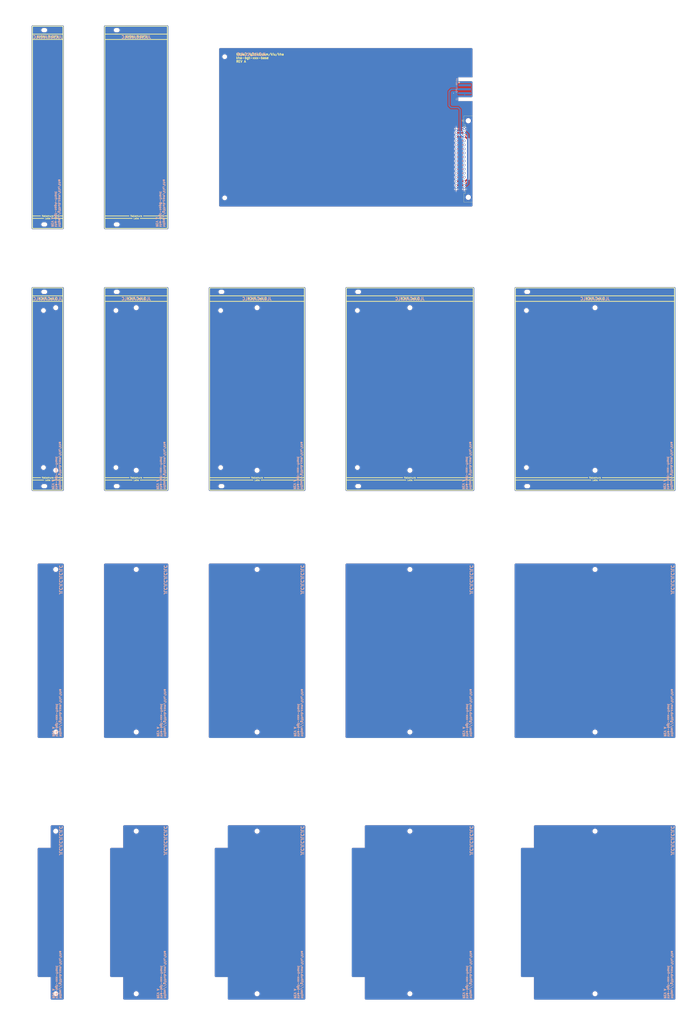
<source format=kicad_pcb>
(kicad_pcb (version 20221018) (generator pcbnew)
  (layers (0 "F.Cu" signal) (31 "B.Cu" signal) (34 "B.Paste" user) (35 "F.Paste" user) (36 "B.SilkS" user "B.Silkscreen") (37 "F.SilkS" user "F.Silkscreen") (38 "B.Mask" user) (39 "F.Mask" user) (44 "Edge.Cuts" user))
  (net 0 "")
  (net 1 "+5V")
  (net 2 "GND")
  (net 3 "+12V")
  (net 4 "RS485_A")
  (net 5 "RS485_B")
  (net 6 "RS485_INT_A")
  (net 7 "RS485_INT_B")
  (net 8 "UPDI")
  (net 9 "BUS01")
  (net 10 "BUS02")
  (net 11 "BUS03")
  (net 12 "BUS05")
  (net 13 "BUS06")
  (net 14 "BUS04")
  (footprint "Connector_DIN:DIN41612_C2_2x16_Male_Horizontal_THT" (layer "F.Cu") (at 332.76 130.945 -90)
    (fp_text reference "J1")
    (fp_text value "DIN41612_02x16_AC")
  )
  (footprint "kiu-eAVR:eAVR6-UPDI-B" (layer "F.Cu") (at 338 106 90)
    (fp_text reference "J2")
    (fp_text value "AVR-UPDI-6" hide)
    (fp_line (start -5.08 -9) (end -5.08 -0.5) (stroke (width 0.12)) (layer "Edge.Cuts"))
    (fp_line (start -5.08 -0.5) (end -4.58 0) (stroke (width 0.12)) (layer "Edge.Cuts"))
    (fp_line (start -4.58 0) (end 4.58 0) (stroke (width 0.12)) (layer "Edge.Cuts"))
    (fp_line (start 5.08 -9) (end 5.08 -0.5) (stroke (width 0.12)) (layer "Edge.Cuts"))
    (fp_line (start 5.08 -0.5) (end 4.58 0) (stroke (width 0.12)) (layer "Edge.Cuts"))
  )
  (gr_line (start 364.99 239.749998) (end 465.455 239.749998) (stroke (width 0.5)) (layer "F.SilkS"))
  (gr_line (start 106.172 74.640001) (end 145.415 74.640001) (stroke (width 0.5)) (layer "F.SilkS"))
  (gr_arc (start 258.81 358.75) (mid 258.456447 358.603553) (end 258.31 358.25) (stroke (width 0.5)) (layer "F.SilkS"))
  (gr_line (start 67.30994 187.416001) (end 60.45194 187.416001) (stroke (width 0.5)) (layer "F.SilkS"))
  (gr_line (start 106.426 66.250001) (end 144.915 66.258001) (stroke (width 0.5)) (layer "F.SilkS"))
  (gr_arc (start 172.5175 358.75) (mid 172.163947 358.603553) (end 172.0175 358.25) (stroke (width 0.5)) (layer "F.SilkS"))
  (gr_arc (start 231.3425 231.249999) (mid 231.696054 231.396446) (end 231.8425 231.749999) (stroke (width 0.5)) (layer "F.SilkS"))
  (gr_line (start 60.19 358.25) (end 60.19 231.75) (stroke (width 0.5)) (layer "F.SilkS"))
  (gr_line (start 121.158 185.892001) (end 106.172 185.892001) (stroke (width 0.5)) (layer "F.SilkS"))
  (gr_line (start 293.878 350.892) (end 258.318 350.892) (stroke (width 0.5)) (layer "F.SilkS"))
  (gr_line (start 231.7155 352.416) (end 204.5375 352.416) (stroke (width 0.5)) (layer "F.SilkS"))
  (gr_arc (start 144.915 66.258001) (mid 145.268553 66.404448) (end 145.415 66.758001) (stroke (width 0.5)) (layer "F.SilkS"))
  (gr_line (start 199.4575 352.416) (end 172.0255 352.416) (stroke (width 0.5)) (layer "F.SilkS"))
  (gr_line (start 78.875 358.750001) (end 60.69 358.75) (stroke (width 0.5)) (layer "F.SilkS"))
  (gr_line (start 123.19 352.416) (end 105.918 352.416) (stroke (width 0.5)) (layer "F.SilkS"))
  (gr_line (start 144.915 358.750001) (end 106.41 358.75) (stroke (width 0.5)) (layer "F.SilkS"))
  (gr_line (start 60.19794 193.258001) (end 60.205941 66.75) (stroke (width 0.5)) (layer "F.SilkS"))
  (gr_line (start 145.288 185.892001) (end 130.302 185.892001) (stroke (width 0.5)) (layer "F.SilkS"))
  (gr_line (start 105.91 236.25) (end 145.415 236.25) (stroke (width 0.5)) (layer "F.SilkS"))
  (gr_line (start 197.4255 350.892) (end 172.0255 350.892) (stroke (width 0.5)) (layer "F.SilkS"))
  (gr_line (start 105.91 358.25) (end 105.91 231.75) (stroke (width 0.5)) (layer "F.SilkS"))
  (gr_arc (start 365.49 358.749998) (mid 365.136447 358.603551) (end 364.99 358.249998) (stroke (width 0.5)) (layer "F.SilkS"))
  (gr_line (start 144.923 193.758001) (end 106.418 193.758001) (stroke (width 0.5)) (layer "F.SilkS"))
  (gr_line (start 338.328 352.416) (end 300.99 352.416) (stroke (width 0.5)) (layer "F.SilkS"))
  (gr_arc (start 464.955 231.249997) (mid 465.308554 231.396443) (end 465.455 231.749997) (stroke (width 0.5)) (layer "F.SilkS"))
  (gr_line (start 105.918 193.258001) (end 105.926001 66.75) (stroke (width 0.5)) (layer "F.SilkS"))
  (gr_arc (start 172.017501 231.749999) (mid 172.163948 231.396447) (end 172.5175 231.25) (stroke (width 0.5)) (layer "F.SilkS"))
  (gr_arc (start 78.875 231.249999) (mid 79.228554 231.396446) (end 79.375 231.749999) (stroke (width 0.5)) (layer "F.SilkS"))
  (gr_line (start 410.718 350.891998) (end 364.998 350.891998) (stroke (width 0.5)) (layer "F.SilkS"))
  (gr_arc (start 79.375 358.250001) (mid 79.228553 358.603554) (end 78.875 358.750001) (stroke (width 0.5)) (layer "F.SilkS"))
  (gr_line (start 65.27794 185.892001) (end 60.45194 185.892001) (stroke (width 0.5)) (layer "F.SilkS"))
  (gr_line (start 65.405 350.892) (end 60.198 350.892) (stroke (width 0.5)) (layer "F.SilkS"))
  (gr_line (start 79.00194 193.758001) (end 60.69794 193.758001) (stroke (width 0.5)) (layer "F.SilkS"))
  (gr_arc (start 105.926001 66.75) (mid 106.072447 66.396447) (end 106.426 66.250001) (stroke (width 0.5)) (layer "F.SilkS"))
  (gr_arc (start 338.455 358.250001) (mid 338.308553 358.603554) (end 337.955 358.750001) (stroke (width 0.5)) (layer "F.SilkS"))
  (gr_line (start 464.955 358.749999) (end 365.49 358.749998) (stroke (width 0.5)) (layer "F.SilkS"))
  (gr_line (start 258.31 358.25) (end 258.31 231.75) (stroke (width 0.5)) (layer "F.SilkS"))
  (gr_line (start 145.415 231.749999) (end 145.415 358.250001) (stroke (width 0.5)) (layer "F.SilkS"))
  (gr_line (start 364.99 236.249998) (end 465.455 236.249998) (stroke (width 0.5)) (layer "F.SilkS"))
  (gr_arc (start 106.41 358.75) (mid 106.056447 358.603553) (end 105.91 358.25) (stroke (width 0.5)) (layer "F.SilkS"))
  (gr_line (start 60.19 236.25) (end 79.375 236.25) (stroke (width 0.5)) (layer "F.SilkS"))
  (gr_line (start 60.69 231.25) (end 78.875 231.249999) (stroke (width 0.5)) (layer "F.SilkS"))
  (gr_line (start 258.81 231.25) (end 337.955 231.249999) (stroke (width 0.5)) (layer "F.SilkS"))
  (gr_line (start 145.288 352.416) (end 128.27 352.416) (stroke (width 0.5)) (layer "F.SilkS"))
  (gr_arc (start 465.455 358.249999) (mid 465.308554 358.603553) (end 464.955 358.749999) (stroke (width 0.5)) (layer "F.SilkS"))
  (gr_line (start 60.45194 74.640001) (end 79.24794 74.640001) (stroke (width 0.5)) (layer "F.SilkS"))
  (gr_line (start 337.955 358.750001) (end 258.81 358.75) (stroke (width 0.5)) (layer "F.SilkS"))
  (gr_line (start 79.375 231.749999) (end 79.375 358.250001) (stroke (width 0.5)) (layer "F.SilkS"))
  (gr_line (start 145.288 350.892) (end 130.302 350.892) (stroke (width 0.5)) (layer "F.SilkS"))
  (gr_line (start 172.0175 236.25) (end 231.8425 236.25) (stroke (width 0.5)) (layer "F.SilkS"))
  (gr_line (start 412.75 352.415998) (end 364.998 352.415998) (stroke (width 0.5)) (layer "F.SilkS"))
  (gr_arc (start 60.205941 66.75) (mid 60.35239 66.396461) (end 60.70594 66.250001) (stroke (width 0.5)) (layer "F.SilkS"))
  (gr_line (start 145.415 187.416001) (end 128.27 187.416001) (stroke (width 0.5)) (layer "F.SilkS"))
  (gr_line (start 79.49394 66.758001) (end 79.50194 193.258001) (stroke (width 0.5)) (layer "F.SilkS"))
  (gr_line (start 465.455 231.749997) (end 465.455 358.249999) (stroke (width 0.5)) (layer "F.SilkS"))
  (gr_line (start 172.0175 239.75) (end 231.8425 239.75) (stroke (width 0.5)) (layer "F.SilkS"))
  (gr_line (start 465.328 350.891998) (end 419.862 350.891998) (stroke (width 0.5)) (layer "F.SilkS"))
  (gr_arc (start 60.190001 231.749999) (mid 60.336448 231.396447) (end 60.69 231.25) (stroke (width 0.5)) (layer "F.SilkS"))
  (gr_arc (start 144.915 231.249999) (mid 145.268554 231.396446) (end 145.415 231.749999) (stroke (width 0.5)) (layer "F.SilkS"))
  (gr_line (start 67.31 352.416) (end 60.198 352.416) (stroke (width 0.5)) (layer "F.SilkS"))
  (gr_line (start 79.24794 185.892001) (end 74.42194 185.892001) (stroke (width 0.5)) (layer "F.SilkS"))
  (gr_line (start 465.328 352.415998) (end 417.83 352.415998) (stroke (width 0.5)) (layer "F.SilkS"))
  (gr_line (start 172.0175 358.25) (end 172.0175 231.75) (stroke (width 0.5)) (layer "F.SilkS"))
  (gr_line (start 258.31 239.75) (end 338.455 239.75) (stroke (width 0.5)) (layer "F.SilkS"))
  (gr_line (start 60.45194 71.250001) (end 79.24794 71.250001) (stroke (width 0.5)) (layer "F.SilkS"))
  (gr_arc (start 78.99394 66.258001) (mid 79.347467 66.404462) (end 79.49394 66.758001) (stroke (width 0.5)) (layer "F.SilkS"))
  (gr_line (start 364.99 358.249998) (end 364.99 231.749998) (stroke (width 0.5)) (layer "F.SilkS"))
  (gr_arc (start 79.50194 193.258001) (mid 79.355495 193.611568) (end 79.00194 193.758001) (stroke (width 0.5)) (layer "F.SilkS"))
  (gr_line (start 145.415 66.758001) (end 145.423 193.258001) (stroke (width 0.5)) (layer "F.SilkS"))
  (gr_arc (start 364.990001 231.749997) (mid 365.136448 231.396446) (end 365.49 231.249998) (stroke (width 0.5)) (layer "F.SilkS"))
  (gr_arc (start 105.910001 231.749999) (mid 106.056448 231.396447) (end 106.41 231.25) (stroke (width 0.5)) (layer "F.SilkS"))
  (gr_line (start 123.19 187.416001) (end 106.172 187.416001) (stroke (width 0.5)) (layer "F.SilkS"))
  (gr_line (start 79.375 352.416) (end 72.39 352.416) (stroke (width 0.5)) (layer "F.SilkS"))
  (gr_line (start 231.8425 231.749999) (end 231.8425 358.250001) (stroke (width 0.5)) (layer "F.SilkS"))
  (gr_line (start 295.91 352.416) (end 258.318 352.416) (stroke (width 0.5)) (layer "F.SilkS"))
  (gr_line (start 106.172 71.250001) (end 145.415 71.250001) (stroke (width 0.5)) (layer "F.SilkS"))
  (gr_arc (start 145.415 358.250001) (mid 145.268553 358.603554) (end 144.915 358.750001) (stroke (width 0.5)) (layer "F.SilkS"))
  (gr_line (start 106.41 231.25) (end 144.915 231.249999) (stroke (width 0.5)) (layer "F.SilkS"))
  (gr_line (start 258.31 236.25) (end 338.455 236.25) (stroke (width 0.5)) (layer "F.SilkS"))
  (gr_arc (start 145.423 193.258001) (mid 145.276553 193.611554) (end 144.923 193.758001) (stroke (width 0.5)) (layer "F.SilkS"))
  (gr_line (start 79.375 350.892) (end 74.295 350.892) (stroke (width 0.5)) (layer "F.SilkS"))
  (gr_line (start 79.24794 187.416001) (end 72.38994 187.416001) (stroke (width 0.5)) (layer "F.SilkS"))
  (gr_line (start 121.158 350.892) (end 105.918 350.892) (stroke (width 0.5)) (layer "F.SilkS"))
  (gr_arc (start 337.955 231.249999) (mid 338.308554 231.396446) (end 338.455 231.749999) (stroke (width 0.5)) (layer "F.SilkS"))
  (gr_line (start 172.5175 231.25) (end 231.3425 231.249999) (stroke (width 0.5)) (layer "F.SilkS"))
  (gr_line (start 60.19 239.75) (end 79.375 239.75) (stroke (width 0.5)) (layer "F.SilkS"))
  (gr_arc (start 106.418 193.758001) (mid 106.064446 193.611554) (end 105.918 193.258001) (stroke (width 0.5)) (layer "F.SilkS"))
  (gr_arc (start 60.69794 193.758001) (mid 60.34436 193.611569) (end 60.19794 193.258001) (stroke (width 0.5)) (layer "F.SilkS"))
  (gr_arc (start 258.310001 231.749999) (mid 258.456448 231.396447) (end 258.81 231.25) (stroke (width 0.5)) (layer "F.SilkS"))
  (gr_arc (start 60.69 358.75) (mid 60.336447 358.603553) (end 60.19 358.25) (stroke (width 0.5)) (layer "F.SilkS"))
  (gr_line (start 338.328 350.892) (end 303.022 350.892) (stroke (width 0.5)) (layer "F.SilkS"))
  (gr_line (start 231.3425 358.750001) (end 172.5175 358.75) (stroke (width 0.5)) (layer "F.SilkS"))
  (gr_arc (start 231.8425 358.250001) (mid 231.696053 358.603554) (end 231.3425 358.750001) (stroke (width 0.5)) (layer "F.SilkS"))
  (gr_line (start 60.70594 66.250001) (end 78.99394 66.258001) (stroke (width 0.5)) (layer "F.SilkS"))
  (gr_line (start 231.7155 350.892) (end 206.5695 350.892) (stroke (width 0.5)) (layer "F.SilkS"))
  (gr_line (start 338.455 231.749999) (end 338.455 358.250001) (stroke (width 0.5)) (layer "F.SilkS"))
  (gr_line (start 105.91 239.75) (end 145.415 239.75) (stroke (width 0.5)) (layer "F.SilkS"))
  (gr_line (start 365.49 231.249998) (end 464.955 231.249997) (stroke (width 0.5)) (layer "F.SilkS"))
  (gr_line (start 59.69 231.25) (end 60.19 230.75) (stroke (width 0.05)) (layer "Edge.Cuts"))
  (gr_circle (center 201.9975 346.25) (end 203.5975 346.25) (stroke (width 0.05)) (fill none) (layer "Edge.Cuts"))
  (gr_line (start 232.4775 231.25) (end 232.4775 358.75) (stroke (width 0.05)) (layer "Edge.Cuts"))
  (gr_line (start 231.9775 515.000002) (end 172.0175 515.000002) (stroke (width 0.05)) (layer "Edge.Cuts"))
  (gr_line (start 257.81 405.5) (end 258.31 405) (stroke (width 0.05)) (layer "Edge.Cuts"))
  (gr_arc (start 371.99 357.599998) (mid 370.640002 356.25) (end 371.99 354.899998) (stroke (width 0.1)) (layer "Edge.Cuts"))
  (gr_line (start 146.05 66.250001) (end 146.05 193.750001) (stroke (width 0.05)) (layer "Edge.Cuts"))
  (gr_line (start 59.68994 193.750001) (end 60.18994 194.250001) (stroke (width 0.05)) (layer "Edge.Cuts"))
  (gr_line (start 338 98.5) (end 338 80.5) (stroke (width 0.1)) (layer "Edge.Cuts"))
  (gr_line (start 71.74 570.5) (end 72.24 570) (stroke (width 0.05)) (layer "Edge.Cuts"))
  (gr_line (start 231.9775 680.000002) (end 232.4775 679.500002) (stroke (width 0.05)) (layer "Edge.Cuts"))
  (gr_line (start 171.5175 514.500002) (end 172.0175 515.000002) (stroke (width 0.05)) (layer "Edge.Cuts"))
  (gr_line (start 231.9775 680.000002) (end 183.99 680) (stroke (width 0.05)) (layer "Edge.Cuts"))
  (gr_circle (center 125.73 573.75) (end 127.33 573.75) (stroke (width 0.05)) (fill none) (layer "Edge.Cuts"))
  (gr_line (start 269.99 665.75) (end 262.24 665.75) (stroke (width 0.05)) (layer "Edge.Cuts"))
  (gr_line (start 338.59 515.000002) (end 339.09 514.500002) (stroke (width 0.05)) (layer "Edge.Cuts"))
  (gr_line (start 371.99 357.599998) (end 372.99 357.599998) (stroke (width 0.1)) (layer "Edge.Cuts"))
  (gr_arc (start 179.0175 235.1) (mid 177.6675 233.75) (end 179.0175 232.4) (stroke (width 0.1)) (layer "Edge.Cuts"))
  (gr_line (start 339.09 405.5) (end 339.09 514.500002) (stroke (width 0.05)) (layer "Edge.Cuts"))
  (gr_line (start 337.5 180) (end 178.5 180) (stroke (width 0.1)) (layer "Edge.Cuts"))
  (gr_line (start 179.0175 354.9) (end 180.0175 354.9) (stroke (width 0.1)) (layer "Edge.Cuts"))
  (gr_line (start 376.74 570.5) (end 377.24 570) (stroke (width 0.05)) (layer "Edge.Cuts"))
  (gr_line (start 67.18994 192.600001) (end 68.18994 192.600001) (stroke (width 0.1)) (layer "Edge.Cuts"))
  (gr_circle (center 125.73 243.75) (end 127.33 243.75) (stroke (width 0.05)) (fill none) (layer "Edge.Cuts"))
  (gr_line (start 67.19 232.4) (end 68.19 232.4) (stroke (width 0.1)) (layer "Edge.Cuts"))
  (gr_line (start 105.41 66.250001) (end 105.91 65.750001) (stroke (width 0.05)) (layer "Edge.Cuts"))
  (gr_line (start 231.9775 359.25) (end 172.0175 359.25) (stroke (width 0.05)) (layer "Edge.Cuts"))
  (gr_line (start 105.41 514.500002) (end 105.91 515.000002) (stroke (width 0.05)) (layer "Edge.Cuts"))
  (gr_arc (start 265.31 357.6) (mid 263.96 356.25) (end 265.31 354.9) (stroke (width 0.1)) (layer "Edge.Cuts"))
  (gr_line (start 364.99 230.749998) (end 465.59 230.749998) (stroke (width 0.05)) (layer "Edge.Cuts"))
  (gr_circle (center 298.45 676.25) (end 300.05 676.25) (stroke (width 0.05)) (fill none) (layer "Edge.Cuts"))
  (gr_line (start 257.81 358.75) (end 257.81 231.25) (stroke (width 0.05)) (layer "Edge.Cuts"))
  (gr_line (start 145.55 405) (end 146.05 405.5) (stroke (width 0.05)) (layer "Edge.Cuts"))
  (gr_arc (start 112.91 192.600001) (mid 111.559999 191.25) (end 112.91 189.900001) (stroke (width 0.1)) (layer "Edge.Cuts"))
  (gr_circle (center 181.57 85.5) (end 183.07 85.5) (stroke (width 0.1)) (fill none) (layer "Edge.Cuts"))
  (gr_line (start 117.49 679.5) (end 117.99 680) (stroke (width 0.05)) (layer "Edge.Cuts"))
  (gr_circle (center 181.57 174.5) (end 183.07 174.5) (stroke (width 0.1)) (fill none) (layer "Edge.Cuts"))
  (gr_line (start 67.18994 189.900001) (end 68.18994 189.900001) (stroke (width 0.1)) (layer "Edge.Cuts"))
  (gr_line (start 71.74 665.75) (end 63.99 665.75) (stroke (width 0.05)) (layer "Edge.Cuts"))
  (gr_line (start 67.19 235.1) (end 68.19 235.1) (stroke (width 0.1)) (layer "Edge.Cuts"))
  (gr_line (start 364.49 231.249998) (end 364.99 230.749998) (stroke (width 0.05)) (layer "Edge.Cuts"))
  (gr_line (start 105.41 193.750001) (end 105.91 194.250001) (stroke (width 0.05)) (layer "Edge.Cuts"))
  (gr_circle (center 415.29 243.749998) (end 416.89 243.749998) (stroke (width 0.05)) (fill none) (layer "Edge.Cuts"))
  (gr_line (start 79.50994 194.250001) (end 60.18994 194.250001) (stroke (width 0.05)) (layer "Edge.Cuts"))
  (gr_line (start 105.41 193.750001) (end 105.41 66.250001) (stroke (width 0.05)) (layer "Edge.Cuts"))
  (gr_line (start 465.59 359.249998) (end 466.09 358.749998) (stroke (width 0.05)) (layer "Edge.Cuts"))
  (gr_line (start 231.9775 359.25) (end 232.4775 358.75) (stroke (width 0.05)) (layer "Edge.Cuts"))
  (gr_line (start 265.31 235.1) (end 266.31 235.1) (stroke (width 0.1)) (layer "Edge.Cuts"))
  (gr_circle (center 415.29 346.249998) (end 416.89 346.249998) (stroke (width 0.05)) (fill none) (layer "Edge.Cuts"))
  (gr_line (start 105.41 514.500002) (end 105.41 405.5) (stroke (width 0.05)) (layer "Edge.Cuts"))
  (gr_circle (center 415.29 573.749998) (end 416.89 573.749998) (stroke (width 0.05)) (fill none) (layer "Edge.Cuts"))
  (gr_circle (center 74.93 346.25) (end 76.53 346.25) (stroke (width 0.05)) (fill none) (layer "Edge.Cuts"))
  (gr_line (start 338.59 230.75) (end 339.09 231.25) (stroke (width 0.05)) (layer "Edge.Cuts"))
  (gr_arc (start 113.91 232.4) (mid 115.26 233.75) (end 113.91 235.1) (stroke (width 0.1)) (layer "Edge.Cuts"))
  (gr_line (start 257.81 514.500002) (end 258.31 515.000002) (stroke (width 0.05)) (layer "Edge.Cuts"))
  (gr_line (start 257.81 358.75) (end 258.31 359.25) (stroke (width 0.05)) (layer "Edge.Cuts"))
  (gr_line (start 59.68994 66.250001) (end 60.18994 65.750001) (stroke (width 0.05)) (layer "Edge.Cuts"))
  (gr_line (start 257.81 231.25) (end 258.31 230.75) (stroke (width 0.05)) (layer "Edge.Cuts"))
  (gr_line (start 109.74 584.25) (end 117.49 584.25) (stroke (width 0.05)) (layer "Edge.Cuts"))
  (gr_line (start 183.49 584.25) (end 183.49 570.5) (stroke (width 0.05)) (layer "Edge.Cuts"))
  (gr_line (start 465.59 515) (end 364.99 515) (stroke (width 0.05)) (layer "Edge.Cuts"))
  (gr_line (start 178 179.5) (end 178.5 180) (stroke (width 0.1)) (layer "Edge.Cuts"))
  (gr_line (start 364.49 514.5) (end 364.49 405.499998) (stroke (width 0.05)) (layer "Edge.Cuts"))
  (gr_line (start 183.49 679.5) (end 183.99 680) (stroke (width 0.05)) (layer "Edge.Cuts"))
  (gr_line (start 146.05 405.5) (end 146.05 514.500002) (stroke (width 0.05)) (layer "Edge.Cuts"))
  (gr_line (start 71.74 584.25) (end 71.74 570.5) (stroke (width 0.05)) (layer "Edge.Cuts"))
  (gr_line (start 183.99 570) (end 231.9775 570) (stroke (width 0.05)) (layer "Edge.Cuts"))
  (gr_line (start 376.74 679.5) (end 376.74 665.75) (stroke (width 0.05)) (layer "Edge.Cuts"))
  (gr_line (start 183.49 570.5) (end 183.99 570) (stroke (width 0.05)) (layer "Edge.Cuts"))
  (gr_arc (start 266.31 354.9) (mid 267.66 356.25) (end 266.31 357.6) (stroke (width 0.1)) (layer "Edge.Cuts"))
  (gr_line (start 67.19 354.9) (end 68.19 354.9) (stroke (width 0.1)) (layer "Edge.Cuts"))
  (gr_line (start 338.59 570) (end 339.09 570.5) (stroke (width 0.05)) (layer "Edge.Cuts"))
  (gr_circle (center 371.99 344.499998) (end 373.49 344.499998) (stroke (width 0.1)) (fill none) (layer "Edge.Cuts"))
  (gr_line (start 171.5175 405.5) (end 172.0175 405) (stroke (width 0.05)) (layer "Edge.Cuts"))
  (gr_line (start 63.49 665.25) (end 63.99 665.75) (stroke (width 0.05)) (layer "Edge.Cuts"))
  (gr_line (start 466.09 405.499998) (end 466.09 514.5) (stroke (width 0.05)) (layer "Edge.Cuts"))
  (gr_circle (center 125.73 408.75) (end 127.33 408.75) (stroke (width 0.05)) (fill none) (layer "Edge.Cuts"))
  (gr_circle (center 74.93 243.75) (end 76.53 243.75) (stroke (width 0.05)) (fill none) (layer "Edge.Cuts"))
  (gr_line (start 67.18994 70.100001) (end 68.18994 70.100001) (stroke (width 0.1)) (layer "Edge.Cuts"))
  (gr_line (start 79.49 515) (end 79.99 514.5) (stroke (width 0.05)) (layer "Edge.Cuts"))
  (gr_line (start 338.59 515.000002) (end 258.31 515.000002) (stroke (width 0.05)) (layer "Edge.Cuts"))
  (gr_line (start 71.74 679.5) (end 71.74 665.75) (stroke (width 0.05)) (layer "Edge.Cuts"))
  (gr_circle (center 298.45 511.25) (end 300.05 511.25) (stroke (width 0.05)) (fill none) (layer "Edge.Cuts"))
  (gr_line (start 178 179.5) (end 178 80.5) (stroke (width 0.1)) (layer "Edge.Cuts"))
  (gr_line (start 371.99 354.899998) (end 372.99 354.899998) (stroke (width 0.1)) (layer "Edge.Cuts"))
  (gr_line (start 179.0175 235.1) (end 180.0175 235.1) (stroke (width 0.1)) (layer "Edge.Cuts"))
  (gr_line (start 175.24 665.25) (end 175.74 665.75) (stroke (width 0.05)) (layer "Edge.Cuts"))
  (gr_line (start 329 113.5) (end 329 111.08) (stroke (width 0.1)) (layer "Edge.Cuts"))
  (gr_line (start 112.91 357.6) (end 113.91 357.6) (stroke (width 0.1)) (layer "Edge.Cuts"))
  (gr_line (start 376.74 665.75) (end 368.99 665.75) (stroke (width 0.05)) (layer "Edge.Cuts"))
  (gr_line (start 466.09 231.249998) (end 466.09 358.749998) (stroke (width 0.05)) (layer "Edge.Cuts"))
  (gr_line (start 261.74 665.25) (end 262.24 665.75) (stroke (width 0.05)) (layer "Edge.Cuts"))
  (gr_line (start 261.74 665.25) (end 261.74 584.75) (stroke (width 0.05)) (layer "Edge.Cuts"))
  (gr_line (start 109.24 665.25) (end 109.24 584.75) (stroke (width 0.05)) (layer "Edge.Cuts"))
  (gr_line (start 171.5175 358.75) (end 172.0175 359.25) (stroke (width 0.05)) (layer "Edge.Cuts"))
  (gr_line (start 80.01 570.5) (end 79.99 679.5) (stroke (width 0.05)) (layer "Edge.Cuts"))
  (gr_line (start 63.49 405.5) (end 63.99 405) (stroke (width 0.05)) (layer "Edge.Cuts"))
  (gr_line (start 465.59 569.999998) (end 466.09 570.499998) (stroke (width 0.05)) (layer "Edge.Cuts"))
  (gr_line (start 63.49 584.75) (end 63.99 584.25) (stroke (width 0.05)) (layer "Edge.Cuts"))
  (gr_line (start 371.99 232.399998) (end 372.99 232.399998) (stroke (width 0.1)) (layer "Edge.Cuts"))
  (gr_line (start 80.00994 66.250001) (end 80.00994 193.750001) (stroke (width 0.05)) (layer "Edge.Cuts"))
  (gr_line (start 59.68994 193.750001) (end 59.68994 66.250001) (stroke (width 0.05)) (layer "Edge.Cuts"))
  (gr_line (start 376.74 679.5) (end 377.24 680) (stroke (width 0.05)) (layer "Edge.Cuts"))
  (gr_circle (center 125.73 346.25) (end 127.33 346.25) (stroke (width 0.05)) (fill none) (layer "Edge.Cuts"))
  (gr_line (start 109.24 584.75) (end 109.74 584.25) (stroke (width 0.05)) (layer "Edge.Cuts"))
  (gr_line (start 175.24 584.75) (end 175.74 584.25) (stroke (width 0.05)) (layer "Edge.Cuts"))
  (gr_line (start 465.59 359.249998) (end 364.99 359.249998) (stroke (width 0.05)) (layer "Edge.Cuts"))
  (gr_line (start 329 100.92) (end 329 98.5) (stroke (width 0.1)) (layer "Edge.Cuts"))
  (gr_line (start 112.91 235.1) (end 113.91 235.1) (stroke (width 0.1)) (layer "Edge.Cuts"))
  (gr_line (start 79.50994 65.750001) (end 80.00994 66.250001) (stroke (width 0.05)) (layer "Edge.Cuts"))
  (gr_line (start 231.9775 405) (end 232.4775 405.5) (stroke (width 0.05)) (layer "Edge.Cuts"))
  (gr_line (start 179.0175 232.4) (end 180.0175 232.4) (stroke (width 0.1)) (layer "Edge.Cuts"))
  (gr_line (start 117.49 679.5) (end 117.49 665.75) (stroke (width 0.05)) (layer "Edge.Cuts"))
  (gr_line (start 79.51 359.25) (end 60.19 359.25) (stroke (width 0.05)) (layer "Edge.Cuts"))
  (gr_circle (center 179.0175 245.5) (end 180.5175 245.5) (stroke (width 0.1)) (fill none) (layer "Edge.Cuts"))
  (gr_line (start 145.55 230.75) (end 146.05 231.25) (stroke (width 0.05)) (layer "Edge.Cuts"))
  (gr_line (start 338 113.5) (end 338 179.5) (stroke (width 0.1)) (layer "Edge.Cuts"))
  (gr_line (start 338.59 405) (end 339.09 405.5) (stroke (width 0.05)) (layer "Edge.Cuts"))
  (gr_line (start 105.91 230.75) (end 145.55 230.75) (stroke (width 0.05)) (layer "Edge.Cuts"))
  (gr_arc (start 68.19 354.9) (mid 69.54 356.25) (end 68.19 357.6) (stroke (width 0.1)) (layer "Edge.Cuts"))
  (gr_line (start 171.5175 358.75) (end 171.5175 231.25) (stroke (width 0.05)) (layer "Edge.Cuts"))
  (gr_line (start 117.49 584.25) (end 117.49 570.5) (stroke (width 0.05)) (layer "Edge.Cuts"))
  (gr_line (start 80.01 405.5) (end 79.99 514.5) (stroke (width 0.05)) (layer "Edge.Cuts"))
  (gr_line (start 71.74 679.5) (end 72.24 680) (stroke (width 0.05)) (layer "Edge.Cuts"))
  (gr_line (start 178.5 80) (end 337.5 80) (stroke (width 0.1)) (layer "Edge.Cuts"))
  (gr_arc (start 68.19 232.4) (mid 69.54 233.75) (end 68.19 235.1) (stroke (width 0.1)) (layer "Edge.Cuts"))
  (gr_line (start 231.9775 570) (end 232.4775 570.5) (stroke (width 0.05)) (layer "Edge.Cuts"))
  (gr_line (start 79.49 680) (end 72.24 680) (stroke (width 0.05)) (layer "Edge.Cuts"))
  (gr_circle (center 67.19 344.5) (end 68.69 344.5) (stroke (width 0.1)) (fill none) (layer "Edge.Cuts"))
  (gr_line (start 269.99 570.5) (end 270.49 570) (stroke (width 0.05)) (layer "Edge.Cuts"))
  (gr_line (start 269.99 584.25) (end 269.99 570.5) (stroke (width 0.05)) (layer "Edge.Cuts"))
  (gr_arc (start 180.0175 232.4) (mid 181.3675 233.75) (end 180.0175 235.1) (stroke (width 0.1)) (layer "Edge.Cuts"))
  (gr_line (start 232.4775 405.5) (end 232.4775 514.500002) (stroke (width 0.05)) (layer "Edge.Cuts"))
  (gr_line (start 269.99 679.5) (end 269.99 665.75) (stroke (width 0.05)) (layer "Edge.Cuts"))
  (gr_line (start 337.5 80) (end 338 80.5) (stroke (width 0.1)) (layer "Edge.Cuts"))
  (gr_line (start 79.50994 194.250001) (end 80.00994 193.750001) (stroke (width 0.05)) (layer "Edge.Cuts"))
  (gr_line (start 172.0175 230.75) (end 231.9775 230.75) (stroke (width 0.05)) (layer "Edge.Cuts"))
  (gr_arc (start 68.18994 67.400001) (mid 69.539939 68.75) (end 68.18994 70.100001) (stroke (width 0.1)) (layer "Edge.Cuts"))
  (gr_line (start 175.24 665.25) (end 175.24 584.75) (stroke (width 0.05)) (layer "Edge.Cuts"))
  (gr_circle (center 74.93 676.25) (end 76.53 676.25) (stroke (width 0.05)) (fill none) (layer "Edge.Cuts"))
  (gr_line (start 112.91 67.400001) (end 113.91 67.400001) (stroke (width 0.1)) (layer "Edge.Cuts"))
  (gr_line (start 60.18994 65.750001) (end 79.50994 65.750001) (stroke (width 0.05)) (layer "Edge.Cuts"))
  (gr_line (start 79.51 570) (end 80.01 570.5) (stroke (width 0.05)) (layer "Edge.Cuts"))
  (gr_line (start 79.51 359.25) (end 80.01 358.75) (stroke (width 0.05)) (layer "Edge.Cuts"))
  (gr_arc (start 67.19 357.6) (mid 65.84 356.25) (end 67.19 354.9) (stroke (width 0.1)) (layer "Edge.Cuts"))
  (gr_line (start 368.99 584.25) (end 376.74 584.25) (stroke (width 0.05)) (layer "Edge.Cuts"))
  (gr_circle (center 179.0175 344.5) (end 180.5175 344.5) (stroke (width 0.1)) (fill none) (layer "Edge.Cuts"))
  (gr_line (start 258.31 230.75) (end 338.59 230.75) (stroke (width 0.05)) (layer "Edge.Cuts"))
  (gr_line (start 371.99 235.099998) (end 372.99 235.099998) (stroke (width 0.1)) (layer "Edge.Cuts"))
  (gr_line (start 145.55 359.25) (end 105.91 359.25) (stroke (width 0.05)) (layer "Edge.Cuts"))
  (gr_line (start 79.51 405) (end 80.01 405.5) (stroke (width 0.05)) (layer "Edge.Cuts"))
  (gr_line (start 465.59 680) (end 377.24 680) (stroke (width 0.05)) (layer "Edge.Cuts"))
  (gr_line (start 171.5175 514.500002) (end 171.5175 405.5) (stroke (width 0.05)) (layer "Edge.Cuts"))
  (gr_line (start 232.4775 570.5) (end 232.4775 679.500002) (stroke (width 0.05)) (layer "Edge.Cuts"))
  (gr_line (start 364.49 358.749998) (end 364.99 359.249998) (stroke (width 0.05)) (layer "Edge.Cuts"))
  (gr_line (start 67.19 357.6) (end 68.19 357.6) (stroke (width 0.1)) (layer "Edge.Cuts"))
  (gr_circle (center 201.9975 243.75) (end 203.5975 243.75) (stroke (width 0.05)) (fill none) (layer "Edge.Cuts"))
  (gr_line (start 109.24 665.25) (end 109.74 665.75) (stroke (width 0.05)) (layer "Edge.Cuts"))
  (gr_line (start 146.05 231.25) (end 146.05 358.75) (stroke (width 0.05)) (layer "Edge.Cuts"))
  (gr_arc (start 372.99 232.399998) (mid 374.340002 233.75) (end 372.99 235.099998) (stroke (width 0.1)) (layer "Edge.Cuts"))
  (gr_line (start 465.59 230.749998) (end 466.09 231.249998) (stroke (width 0.05)) (layer "Edge.Cuts"))
  (gr_arc (start 113.91 67.400001) (mid 115.259999 68.75) (end 113.91 70.100001) (stroke (width 0.1)) (layer "Edge.Cuts"))
  (gr_line (start 79.49 515) (end 63.99 515) (stroke (width 0.05)) (layer "Edge.Cuts"))
  (gr_line (start 338.59 680.000002) (end 339.09 679.500002) (stroke (width 0.05)) (layer "Edge.Cuts"))
  (gr_line (start 338 113.5) (end 329 113.5) (stroke (width 0.1)) (layer "Edge.Cuts"))
  (gr_line (start 117.49 665.75) (end 109.74 665.75) (stroke (width 0.05)) (layer "Edge.Cuts"))
  (gr_line (start 265.31 232.4) (end 266.31 232.4) (stroke (width 0.1)) (layer "Edge.Cuts"))
  (gr_line (start 117.49 570.5) (end 117.99 570) (stroke (width 0.05)) (layer "Edge.Cuts"))
  (gr_circle (center 125.73 676.25) (end 127.33 676.25) (stroke (width 0.05)) (fill none) (layer "Edge.Cuts"))
  (gr_line (start 183.49 679.5) (end 183.49 665.75) (stroke (width 0.05)) (layer "Edge.Cuts"))
  (gr_line (start 376.74 584.25) (end 376.74 570.5) (stroke (width 0.05)) (layer "Edge.Cuts"))
  (gr_line (start 377.24 570) (end 465.59 569.999998) (stroke (width 0.05)) (layer "Edge.Cuts"))
  (gr_line (start 63.99 584.25) (end 71.74 584.25) (stroke (width 0.05)) (layer "Edge.Cuts"))
  (gr_circle (center 125.73 511.25) (end 127.33 511.25) (stroke (width 0.05)) (fill none) (layer "Edge.Cuts"))
  (gr_line (start 257.81 514.500002) (end 257.81 405.5) (stroke (width 0.05)) (layer "Edge.Cuts"))
  (gr_line (start 105.41 231.25) (end 105.91 230.75) (stroke (width 0.05)) (layer "Edge.Cuts"))
  (gr_circle (center 74.93 408.75) (end 76.53 408.75) (stroke (width 0.05)) (fill none) (layer "Edge.Cuts"))
  (gr_line (start 265.31 354.9) (end 266.31 354.9) (stroke (width 0.1)) (layer "Edge.Cuts"))
  (gr_line (start 63.49 514.5) (end 63.49 405.5) (stroke (width 0.05)) (layer "Edge.Cuts"))
  (gr_arc (start 113.91 354.9) (mid 115.26 356.25) (end 113.91 357.6) (stroke (width 0.1)) (layer "Edge.Cuts"))
  (gr_line (start 368.49 584.75) (end 368.99 584.25) (stroke (width 0.05)) (layer "Edge.Cuts"))
  (gr_line (start 270.49 570) (end 338.59 570) (stroke (width 0.05)) (layer "Edge.Cuts"))
  (gr_circle (center 201.9975 573.75) (end 203.5975 573.75) (stroke (width 0.05)) (fill none) (layer "Edge.Cuts"))
  (gr_circle (center 415.29 408.749998) (end 416.89 408.749998) (stroke (width 0.05)) (fill none) (layer "Edge.Cuts"))
  (gr_line (start 329 98.5) (end 338 98.5) (stroke (width 0.1)) (layer "Edge.Cuts"))
  (gr_line (start 105.91 405) (end 145.55 405) (stroke (width 0.05)) (layer "Edge.Cuts"))
  (gr_line (start 112.91 354.9) (end 113.91 354.9) (stroke (width 0.1)) (layer "Edge.Cuts"))
  (gr_circle (center 298.45 573.75) (end 300.05 573.75) (stroke (width 0.05)) (fill none) (layer "Edge.Cuts"))
  (gr_line (start 67.18994 67.400001) (end 68.18994 67.400001) (stroke (width 0.1)) (layer "Edge.Cuts"))
  (gr_line (start 145.55 680.000002) (end 146.05 679.500002) (stroke (width 0.05)) (layer "Edge.Cuts"))
  (gr_line (start 231.9775 515.000002) (end 232.4775 514.500002) (stroke (width 0.05)) (layer "Edge.Cuts"))
  (gr_line (start 338.59 359.25) (end 258.31 359.25) (stroke (width 0.05)) (layer "Edge.Cuts"))
  (gr_arc (start 113.91 189.900001) (mid 115.259999 191.25) (end 113.91 192.600001) (stroke (width 0.1)) (layer "Edge.Cuts"))
  (gr_circle (center 201.9975 511.25) (end 203.5975 511.25) (stroke (width 0.05)) (fill none) (layer "Edge.Cuts"))
  (gr_line (start 146.05 570.5) (end 146.05 679.500002) (stroke (width 0.05)) (layer "Edge.Cuts"))
  (gr_line (start 338.59 680.000002) (end 270.49 680) (stroke (width 0.05)) (layer "Edge.Cuts"))
  (gr_line (start 112.91 232.4) (end 113.91 232.4) (stroke (width 0.1)) (layer "Edge.Cuts"))
  (gr_line (start 59.69 358.75) (end 59.69 231.25) (stroke (width 0.05)) (layer "Edge.Cuts"))
  (gr_line (start 80.01 231.25) (end 80.01 358.75) (stroke (width 0.05)) (layer "Edge.Cuts"))
  (gr_line (start 175.74 584.25) (end 183.49 584.25) (stroke (width 0.05)) (layer "Edge.Cuts"))
  (gr_circle (center 415.29 511.249998) (end 416.89 511.249998) (stroke (width 0.05)) (fill none) (layer "Edge.Cuts"))
  (gr_line (start 258.31 405) (end 338.59 405) (stroke (width 0.05)) (layer "Edge.Cuts"))
  (gr_circle (center 415.29 676.249998) (end 416.89 676.249998) (stroke (width 0.05)) (fill none) (layer "Edge.Cuts"))
  (gr_line (start 364.49 358.749998) (end 364.49 231.249998) (stroke (width 0.05)) (layer "Edge.Cuts"))
  (gr_circle (center 201.9975 408.75) (end 203.5975 408.75) (stroke (width 0.05)) (fill none) (layer "Edge.Cuts"))
  (gr_line (start 265.31 357.6) (end 266.31 357.6) (stroke (width 0.1)) (layer "Edge.Cuts"))
  (gr_line (start 337.5 180) (end 338 179.5) (stroke (width 0.1)) (layer "Edge.Cuts"))
  (gr_line (start 364.49 514.5) (end 364.99 515) (stroke (width 0.05)) (layer "Edge.Cuts"))
  (gr_line (start 368.49 665.25) (end 368.49 584.75) (stroke (width 0.05)) (layer "Edge.Cuts"))
  (gr_line (start 105.41 358.75) (end 105.41 231.25) (stroke (width 0.05)) (layer "Edge.Cuts"))
  (gr_circle (center 67.19 245.5) (end 68.69 245.5) (stroke (width 0.1)) (fill none) (layer "Edge.Cuts"))
  (gr_line (start 261.74 584.75) (end 262.24 584.25) (stroke (width 0.05)) (layer "Edge.Cuts"))
  (gr_line (start 145.55 515.000002) (end 105.91 515.000002) (stroke (width 0.05)) (layer "Edge.Cuts"))
  (gr_line (start 60.19 230.75) (end 79.51 230.75) (stroke (width 0.05)) (layer "Edge.Cuts"))
  (gr_line (start 364.99 404.999998) (end 465.59 404.999998) (stroke (width 0.05)) (layer "Edge.Cuts"))
  (gr_line (start 63.49 514.5) (end 63.99 515) (stroke (width 0.05)) (layer "Edge.Cuts"))
  (gr_line (start 117.99 570) (end 145.55 570) (stroke (width 0.05)) (layer "Edge.Cuts"))
  (gr_circle (center 74.93 511.25) (end 76.53 511.25) (stroke (width 0.05)) (fill none) (layer "Edge.Cuts"))
  (gr_line (start 112.91 192.600001) (end 113.91 192.600001) (stroke (width 0.1)) (layer "Edge.Cuts"))
  (gr_line (start 112.91 70.100001) (end 113.91 70.100001) (stroke (width 0.1)) (layer "Edge.Cuts"))
  (gr_line (start 339.09 231.25) (end 339.09 358.75) (stroke (width 0.05)) (layer "Edge.Cuts"))
  (gr_line (start 105.91 65.750001) (end 145.55 65.750001) (stroke (width 0.05)) (layer "Edge.Cuts"))
  (gr_arc (start 112.91 70.100001) (mid 111.559999 68.75) (end 112.91 67.400001) (stroke (width 0.1)) (layer "Edge.Cuts"))
  (gr_arc (start 67.18994 70.100001) (mid 65.839939 68.75) (end 67.18994 67.400001) (stroke (width 0.1)) (layer "Edge.Cuts"))
  (gr_circle (center 112.91 245.5) (end 114.41 245.5) (stroke (width 0.1)) (fill none) (layer "Edge.Cuts"))
  (gr_line (start 145.55 194.250001) (end 146.05 193.750001) (stroke (width 0.05)) (layer "Edge.Cuts"))
  (gr_line (start 262.24 584.25) (end 269.99 584.25) (stroke (width 0.05)) (layer "Edge.Cuts"))
  (gr_line (start 63.99 405) (end 79.51 405) (stroke (width 0.05)) (layer "Edge.Cuts"))
  (gr_circle (center 201.9975 676.25) (end 203.5975 676.25) (stroke (width 0.05)) (fill none) (layer "Edge.Cuts"))
  (gr_line (start 172.0175 405) (end 231.9775 405) (stroke (width 0.05)) (layer "Edge.Cuts"))
  (gr_line (start 339.09 570.5) (end 339.09 679.500002) (stroke (width 0.05)) (layer "Edge.Cuts"))
  (gr_circle (center 74.93 573.75) (end 76.53 573.75) (stroke (width 0.05)) (fill none) (layer "Edge.Cuts"))
  (gr_line (start 145.55 515.000002) (end 146.05 514.500002) (stroke (width 0.05)) (layer "Edge.Cuts"))
  (gr_line (start 269.99 679.5) (end 270.49 680) (stroke (width 0.05)) (layer "Edge.Cuts"))
  (gr_line (start 105.41 405.5) (end 105.91 405) (stroke (width 0.05)) (layer "Edge.Cuts"))
  (gr_circle (center 265.31 344.5) (end 266.81 344.5) (stroke (width 0.1)) (fill none) (layer "Edge.Cuts"))
  (gr_line (start 105.41 358.75) (end 105.91 359.25) (stroke (width 0.05)) (layer "Edge.Cuts"))
  (gr_line (start 368.49 665.25) (end 368.99 665.75) (stroke (width 0.05)) (layer "Edge.Cuts"))
  (gr_line (start 465.59 515) (end 466.09 514.5) (stroke (width 0.05)) (layer "Edge.Cuts"))
  (gr_line (start 179.0175 357.6) (end 180.0175 357.6) (stroke (width 0.1)) (layer "Edge.Cuts"))
  (gr_line (start 145.55 65.750001) (end 146.05 66.250001) (stroke (width 0.05)) (layer "Edge.Cuts"))
  (gr_line (start 112.91 189.900001) (end 113.91 189.900001) (stroke (width 0.1)) (layer "Edge.Cuts"))
  (gr_circle (center 298.45 346.25) (end 300.05 346.25) (stroke (width 0.05)) (fill none) (layer "Edge.Cuts"))
  (gr_arc (start 372.99 354.899998) (mid 374.340002 356.25) (end 372.99 357.599998) (stroke (width 0.1)) (layer "Edge.Cuts"))
  (gr_line (start 231.9775 230.75) (end 232.4775 231.25) (stroke (width 0.05)) (layer "Edge.Cuts"))
  (gr_line (start 466.09 570.499998) (end 466.09 679.5) (stroke (width 0.05)) (layer "Edge.Cuts"))
  (gr_line (start 465.59 404.999998) (end 466.09 405.499998) (stroke (width 0.05)) (layer "Edge.Cuts"))
  (gr_arc (start 371.99 235.099998) (mid 370.640002 233.75) (end 371.99 232.399998) (stroke (width 0.1)) (layer "Edge.Cuts"))
  (gr_line (start 178 80.5) (end 178.5 80) (stroke (width 0.1)) (layer "Edge.Cuts"))
  (gr_line (start 183.49 665.75) (end 175.74 665.75) (stroke (width 0.05)) (layer "Edge.Cuts"))
  (gr_arc (start 180.0175 354.9) (mid 181.3675 356.25) (end 180.0175 357.6) (stroke (width 0.1)) (layer "Edge.Cuts"))
  (gr_line (start 72.24 570) (end 79.51 570) (stroke (width 0.05)) (layer "Edge.Cuts"))
  (gr_line (start 145.55 680.000002) (end 117.99 680) (stroke (width 0.05)) (layer "Edge.Cuts"))
  (gr_arc (start 112.91 357.6) (mid 111.56 356.25) (end 112.91 354.9) (stroke (width 0.1)) (layer "Edge.Cuts"))
  (gr_circle (center 112.91 344.5) (end 114.41 344.5) (stroke (width 0.1)) (fill none) (layer "Edge.Cuts"))
  (gr_line (start 171.5175 231.25) (end 172.0175 230.75) (stroke (width 0.05)) (layer "Edge.Cuts"))
  (gr_line (start 145.55 194.250001) (end 105.91 194.250001) (stroke (width 0.05)) (layer "Edge.Cuts"))
  (gr_circle (center 298.45 408.75) (end 300.05 408.75) (stroke (width 0.05)) (fill none) (layer "Edge.Cuts"))
  (gr_line (start 338.59 359.25) (end 339.09 358.75) (stroke (width 0.05)) (layer "Edge.Cuts"))
  (gr_circle (center 265.31 245.5) (end 266.81 245.5) (stroke (width 0.1)) (fill none) (layer "Edge.Cuts"))
  (gr_line (start 59.69 358.75) (end 60.19 359.25) (stroke (width 0.05)) (layer "Edge.Cuts"))
  (gr_line (start 364.49 405.499998) (end 364.99 404.999998) (stroke (width 0.05)) (layer "Edge.Cuts"))
  (gr_arc (start 112.91 235.1) (mid 111.56 233.75) (end 112.91 232.4) (stroke (width 0.1)) (layer "Edge.Cuts"))
  (gr_circle (center 371.99 245.499998) (end 373.49 245.499998) (stroke (width 0.1)) (fill none) (layer "Edge.Cuts"))
  (gr_arc (start 67.18994 192.600001) (mid 65.839939 191.25) (end 67.18994 189.900001) (stroke (width 0.1)) (layer "Edge.Cuts"))
  (gr_arc (start 68.18994 189.900001) (mid 69.539939 191.25) (end 68.18994 192.600001) (stroke (width 0.1)) (layer "Edge.Cuts"))
  (gr_line (start 79.49 680) (end 79.99 679.5) (stroke (width 0.05)) (layer "Edge.Cuts"))
  (gr_arc (start 67.19 235.1) (mid 65.84 233.75) (end 67.19 232.4) (stroke (width 0.1)) (layer "Edge.Cuts"))
  (gr_line (start 63.49 665.25) (end 63.49 584.75) (stroke (width 0.05)) (layer "Edge.Cuts"))
  (gr_line (start 145.55 570) (end 146.05 570.5) (stroke (width 0.05)) (layer "Edge.Cuts"))
  (gr_arc (start 179.0175 357.6) (mid 177.6675 356.25) (end 179.0175 354.9) (stroke (width 0.1)) (layer "Edge.Cuts"))
  (gr_circle (center 298.45 243.75) (end 300.05 243.75) (stroke (width 0.05)) (fill none) (layer "Edge.Cuts"))
  (gr_line (start 145.55 359.25) (end 146.05 358.75) (stroke (width 0.05)) (layer "Edge.Cuts"))
  (gr_line (start 465.59 680) (end 466.09 679.5) (stroke (width 0.05)) (layer "Edge.Cuts"))
  (gr_arc (start 265.31 235.1) (mid 263.96 233.75) (end 265.31 232.4) (stroke (width 0.1)) (layer "Edge.Cuts"))
  (gr_line (start 79.51 230.75) (end 80.01 231.25) (stroke (width 0.05)) (layer "Edge.Cuts"))
  (gr_arc (start 266.31 232.4) (mid 267.66 233.75) (end 266.31 235.1) (stroke (width 0.1)) (layer "Edge.Cuts"))
  (gr_text "https://github.com/kiu/kha\nkha-bgt-xxx-front\nREV A" (at 78.5 358.5 270) (layer "B.SilkS") (effects (font (size 1.4 1.4) (thickness 0.35) bold) (justify left top mirror)))
  (gr_text "JLCJLCJLCJLC" (at 230.505 570.23 270) (layer "B.SilkS") (effects (font (size 1.8 1.8) (thickness 0.45) bold) (justify right mirror)))
  (gr_text "JLCJLCJLCJLC" (at 337.185 405.765 270) (layer "B.SilkS") (effects (font (size 1.8 1.8) (thickness 0.45) bold) (justify right mirror)))
  (gr_text "JLCJLCJLCJLC" (at 78.105 570.23 270) (layer "B.SilkS") (effects (font (size 1.8 1.8) (thickness 0.45) bold) (justify right mirror)))
  (gr_text "JLCJLCJLCJLC" (at 125.73 238.116) (layer "B.SilkS") (effects (font (size 1.8 1.8) (thickness 0.45) bold) (justify mirror)))
  (gr_text "https://github.com/kiu/kha\nkha-bgt-xxx-front\nREV A" (at 231.24 679.45 270) (layer "B.SilkS") (effects (font (size 1.4 1.4) (thickness 0.35) bold) (justify left top mirror)))
  (gr_text "JLCJLCJLCJLC" (at 78.105 405.765 270) (layer "B.SilkS") (effects (font (size 1.8 1.8) (thickness 0.45) bold) (justify right mirror)))
  (gr_text "JLCJLCJLCJLC" (at 69.85 238.116) (layer "B.SilkS") (effects (font (size 1.8 1.8) (thickness 0.45) bold) (justify mirror)))
  (gr_text "JLCJLCJLCJLC" (at 230.505 405.765 270) (layer "B.SilkS") (effects (font (size 1.8 1.8) (thickness 0.45) bold) (justify right mirror)))
  (gr_text "https://github.com/kiu/kha\nkha-bgt-xxx-front\nREV A" (at 464.74 514.35 270) (layer "B.SilkS") (effects (font (size 1.4 1.4) (thickness 0.35) bold) (justify left top mirror)))
  (gr_text "JLCJLCJLCJLC" (at 144.145 570.23 270) (layer "B.SilkS") (effects (font (size 1.8 1.8) (thickness 0.45) bold) (justify right mirror)))
  (gr_text "https://github.com/kiu/kha\nkha-bgt-xxx-front\nREV A" (at 464.5 358.5 270) (layer "B.SilkS") (effects (font (size 1.4 1.4) (thickness 0.35) bold) (justify left top mirror)))
  (gr_text "https://github.com/kiu/kha\nkha-bgt-xxx-front\nREV A" (at 464.74 679.45 270) (layer "B.SilkS") (effects (font (size 1.4 1.4) (thickness 0.35) bold) (justify left top mirror)))
  (gr_text "JLCJLCJLCJLC" (at 464.185 405.765 270) (layer "B.SilkS") (effects (font (size 1.8 1.8) (thickness 0.45) bold) (justify right mirror)))
  (gr_text "https://github.com/kiu/kha\nkha-bgt-xxx-front\nREV A" (at 144.74 679.45 270) (layer "B.SilkS") (effects (font (size 1.4 1.4) (thickness 0.35) bold) (justify left top mirror)))
  (gr_text "JLCJLCJLCJLC" (at 69.84994 73.116001) (layer "B.SilkS") (effects (font (size 1.8 1.8) (thickness 0.45) bold) (justify mirror)))
  (gr_text "JLCJLCJLCJLC" (at 189 84) (layer "B.SilkS") (effects (font (size 1.8 1.8) (thickness 0.45) bold) (justify right mirror)))
  (gr_text "https://github.com/kiu/kha\nkha-bgt-xxx-front\nREV A" (at 144.5 358.5 270) (layer "B.SilkS") (effects (font (size 1.4 1.4) (thickness 0.35) bold) (justify left top mirror)))
  (gr_text "https://github.com/kiu/kha\nkha-bgt-xxx-front\nREV A" (at 337.74 679.45 270) (layer "B.SilkS") (effects (font (size 1.4 1.4) (thickness 0.35) bold) (justify left top mirror)))
  (gr_text "https://github.com/kiu/kha\nkha-bgt-xxx-front\nREV A" (at 337.74 514.35 270) (layer "B.SilkS") (effects (font (size 1.4 1.4) (thickness 0.35) bold) (justify left top mirror)))
  (gr_text "JLCJLCJLCJLC" (at 337.185 570.23 270) (layer "B.SilkS") (effects (font (size 1.8 1.8) (thickness 0.45) bold) (justify right mirror)))
  (gr_text "JLCJLCJLCJLC" (at 201.93 238.116) (layer "B.SilkS") (effects (font (size 1.8 1.8) (thickness 0.45) bold) (justify mirror)))
  (gr_text "https://github.com/kiu/kha\nkha-bgt-xxx-front\nREV A" (at 231 358.5 270) (layer "B.SilkS") (effects (font (size 1.4 1.4) (thickness 0.35) bold) (justify left top mirror)))
  (gr_text "https://github.com/kiu/kha\nkha-bgt-xxx-front\nREV A" (at 231.24 514.35 270) (layer "B.SilkS") (effects (font (size 1.4 1.4) (thickness 0.35) bold) (justify left top mirror)))
  (gr_text "https://github.com/kiu/kha\nkha-bgt-nop8-front\nREV A" (at 144.145 193.04 270) (layer "B.SilkS") (effects (font (size 1.4 1.4) (thickness 0.35) bold) (justify left top mirror)))
  (gr_text "https://github.com/kiu/kha\nkha-bgt-xxx-front\nREV A" (at 337.5 358.5 270) (layer "B.SilkS") (effects (font (size 1.4 1.4) (thickness 0.35) bold) (justify left top mirror)))
  (gr_text "JLCJLCJLCJLC" (at 464.185 570.23 270) (layer "B.SilkS") (effects (font (size 1.8 1.8) (thickness 0.45) bold) (justify right mirror)))
  (gr_text "JLCJLCJLCJLC" (at 144.145 405.765 270) (layer "B.SilkS") (effects (font (size 1.8 1.8) (thickness 0.45) bold) (justify right mirror)))
  (gr_text "JLCJLCJLCJLC" (at 298.45 238.116) (layer "B.SilkS") (effects (font (size 1.8 1.8) (thickness 0.45) bold) (justify mirror)))
  (gr_text "https://github.com/kiu/kha\nkha-bgt-nop4-front\nREV A" (at 78.105 193.04 270) (layer "B.SilkS") (effects (font (size 1.4 1.4) (thickness 0.35) bold) (justify left top mirror)))
  (gr_text "https://github.com/kiu/kha\nkha-bgt-xxx-front\nREV A" (at 144.74 514.35 270) (layer "B.SilkS") (effects (font (size 1.4 1.4) (thickness 0.35) bold) (justify left top mirror)))
  (gr_text "https://github.com/kiu/kha\nkha-bgt-xxx-front\nREV A" (at 78.74 514.35 270) (layer "B.SilkS") (effects (font (size 1.4 1.4) (thickness 0.35) bold) (justify left top mirror)))
  (gr_text "https://github.com/kiu/kha\nkha-bgt-xxx-front\nREV A" (at 78.74 679.45 270) (layer "B.SilkS") (effects (font (size 1.4 1.4) (thickness 0.35) bold) (justify left top mirror)))
  (gr_text "JLCJLCJLCJLC" (at 125.73 73.116001) (layer "B.SilkS") (effects (font (size 1.8 1.8) (thickness 0.45) bold) (justify mirror)))
  (gr_text "JLCJLCJLCJLC" (at 415.29 238.116) (layer "B.SilkS") (effects (font (size 1.8 1.8) (thickness 0.45) bold) (justify mirror)))
  (gr_text "Nakamura" (at 125.73 185.892001) (layer "F.SilkS") (effects (font (size 1 1) (thickness 0.25))))
  (gr_text "Labs" (at 69.84994 187.416001) (layer "F.SilkS") (effects (font (size 1 1) (thickness 0.25))))
  (gr_text "Nakamura" (at 201.9975 350.892) (layer "F.SilkS") (effects (font (size 1 1) (thickness 0.25))))
  (gr_text "Labs" (at 125.73 352.416) (layer "F.SilkS") (effects (font (size 1 1) (thickness 0.25))))
  (gr_text "KHA::xxx" (at 298.45 238) (layer "F.SilkS") (effects (font (size 1.6 1.6) (thickness 0.25) bold)))
  (gr_text "KHA::xxx" (at 201.9975 238) (layer "F.SilkS") (effects (font (size 1.6 1.6) (thickness 0.25) bold)))
  (gr_text "KHA::xxx" (at 125.73 238) (layer "F.SilkS") (effects (font (size 1.6 1.6) (thickness 0.25) bold)))
  (gr_text "Labs" (at 298.45 352.416) (layer "F.SilkS") (effects (font (size 1 1) (thickness 0.25))))
  (gr_text "Labs" (at 69.85 352.416) (layer "F.SilkS") (effects (font (size 1 1) (thickness 0.25))))
  (gr_text "KHA::xxx" (at 69.85 238) (layer "F.SilkS") (effects (font (size 1.6 1.6) (thickness 0.25) bold)))
  (gr_text "KHA::xxx" (at 415.29 237.999998) (layer "F.SilkS") (effects (font (size 1.6 1.6) (thickness 0.25) bold)))
  (gr_text "Nakamura" (at 415.29 350.891998) (layer "F.SilkS") (effects (font (size 1 1) (thickness 0.25))))
  (gr_text "https://github.com/kiu/kha\nkha-bgt-xxx-base\nREV A" (at 188.595 83.185) (layer "F.SilkS") (effects (font (size 1.4 1.4) (thickness 0.35) bold) (justify left top)))
  (gr_text "Labs" (at 201.9975 352.416) (layer "F.SilkS") (effects (font (size 1 1) (thickness 0.25))))
  (gr_text "Nakamura" (at 69.85 350.892) (layer "F.SilkS") (effects (font (size 1 1) (thickness 0.25))))
  (gr_text "Nakamura" (at 69.84994 185.892001) (layer "F.SilkS") (effects (font (size 1 1) (thickness 0.25))))
  (gr_text "KHA::NOP8" (at 125.73 73.000001) (layer "F.SilkS") (effects (font (size 1.6 1.6) (thickness 0.25) bold)))
  (gr_text "KHA::NOP4" (at 69.84994 73.000001) (layer "F.SilkS") (effects (font (size 1.6 1.6) (thickness 0.25) bold)))
  (gr_text "Labs" (at 125.73 187.416001) (layer "F.SilkS") (effects (font (size 1 1) (thickness 0.25))))
  (gr_text "Nakamura" (at 125.73 350.892) (layer "F.SilkS") (effects (font (size 1 1) (thickness 0.25))))
  (gr_text "Nakamura" (at 298.45 350.892) (layer "F.SilkS") (effects (font (size 1 1) (thickness 0.25))))
  (gr_text "Labs" (at 415.29 352.415998) (layer "F.SilkS") (effects (font (size 1 1) (thickness 0.25))))
  (segment (start 332.76 136.025) (end 327.68 136.025) (width 1) (layer "F.Cu") (net 1))
  (segment (start 335 143.903) (end 335 162.5) (width 1) (layer "F.Cu") (net 1))
  (segment (start 333.5 136) (end 334.025 136.525) (width 1) (layer "F.Cu") (net 1))
  (segment (start 334.025 136.525) (end 335 137.5) (width 1) (layer "F.Cu") (net 1))
  (segment (start 332.76 163.965) (end 333.535 163.965) (width 1) (layer "F.Cu") (net 1))
  (segment (start 332.76 136.025) (end 332.785 136) (width 1) (layer "F.Cu") (net 1))
  (segment (start 333.535 163.965) (end 335 162.5) (width 1) (layer "F.Cu") (net 1))
  (segment (start 332.76 163.965) (end 327.68 163.965) (width 1) (layer "F.Cu") (net 1))
  (segment (start 332.785 136) (end 333.5 136) (width 1) (layer "F.Cu") (net 1))
  (segment (start 335 137.5) (end 335 143.903) (width 1) (layer "F.Cu") (net 1))
  (segment (start 331.465 136.025) (end 330.155 134.715) (width 1) (layer "B.Cu") (net 1))
  (segment (start 330.155 118.84) (end 328.885 117.57) (width 1) (layer "B.Cu") (net 1))
  (segment (start 323.17 116.3) (end 323.17 107.41) (width 1) (layer "B.Cu") (net 1))
  (segment (start 324.44 117.57) (end 323.17 116.3) (width 1) (layer "B.Cu") (net 1))
  (segment (start 323.17 107.41) (end 324.58 106) (width 1) (layer "B.Cu") (net 1))
  (segment (start 328.885 117.57) (end 324.44 117.57) (width 1) (layer "B.Cu") (net 1))
  (segment (start 332.76 136.025) (end 331.465 136.025) (width 1) (layer "B.Cu") (net 1))
  (segment (start 330.155 134.715) (end 330.155 118.84) (width 1) (layer "B.Cu") (net 1))
  (segment (start 324.58 106) (end 333 106) (width 1) (layer "B.Cu") (net 1))
  (via (at 326 108.5) (size 0.8) (drill 0.4) (layers "F.Cu" "B.Cu") (net 2))
  (segment (start 332.76 166.505) (end 327.68 166.505) (width 1) (layer "F.Cu") (net 3))
  (segment (start 332.76 133.485) (end 327.68 133.485) (width 1) (layer "F.Cu") (net 3))
  (segment (start 335 135) (end 335 165.5) (width 1) (layer "B.Cu") (net 3))
  (segment (start 333.995 166.505) (end 335 165.5) (width 1) (layer "B.Cu") (net 3))
  (segment (start 333.985 133.485) (end 335 134.5) (width 1) (layer "B.Cu") (net 3))
  (segment (start 335 134.5) (end 335 135) (width 1) (layer "B.Cu") (net 3))
  (segment (start 332.76 133.485) (end 333.985 133.485) (width 1) (layer "B.Cu") (net 3))
  (segment (start 332.76 166.505) (end 333.995 166.505) (width 1) (layer "B.Cu") (net 3))
  (segment (start 332.76 143.645) (end 327.68 143.645) (width 0.5) (layer "F.Cu") (net 4))
  (segment (start 332.76 146.185) (end 327.68 146.185) (width 0.5) (layer "F.Cu") (net 5))
  (segment (start 332.76 138.565) (end 327.68 138.565) (width 0.5) (layer "F.Cu") (net 6))
  (segment (start 332.76 141.105) (end 327.68 141.105) (width 0.5) (layer "F.Cu") (net 7))
  (segment (start 332.76 148.725) (end 327.68 148.725) (width 0.5) (layer "F.Cu") (net 9))
  (segment (start 332.76 151.265) (end 327.68 151.265) (width 0.5) (layer "F.Cu") (net 10))
  (segment (start 332.76 153.805) (end 327.68 153.805) (width 0.5) (layer "F.Cu") (net 11))
  (segment (start 332.76 158.885) (end 327.68 158.885) (width 0.5) (layer "F.Cu") (net 12))
  (segment (start 332.76 161.425) (end 327.68 161.425) (width 0.5) (layer "F.Cu") (net 13))
  (segment (start 332.76 156.345) (end 327.68 156.345) (width 0.5) (layer "F.Cu") (net 14))
  (zone (net 2) (net_name "GND") (layers "F&B.Cu") (connect_pads (clearance 0.508)) (min_thickness 0.254) (fill yes (thermal_gap 0.508) (thermal_bridge_width 0.508) (island_removal_mode 1) (island_area_min 10))
    (polygon (pts (xy 339.09 515) (xy 257.81 515) (xy 257.81 405) (xy 339.09 405)))
  )
  (zone (net 2) (net_name "GND") (layers "F&B.Cu") (connect_pads (clearance 0.508)) (min_thickness 0.254) (fill yes (thermal_gap 0.508) (thermal_bridge_width 0.508) (island_removal_mode 1) (island_area_min 10))
    (polygon (pts (xy 80.01 515) (xy 63.49 515) (xy 63.49 405) (xy 80.01 405)))
  )
  (zone (net 2) (net_name "GND") (layers "F&B.Cu") (priority 1) (connect_pads yes (clearance 0.508)) (min_thickness 0.25) (fill yes (thermal_gap 0.5) (thermal_bridge_width 0.5) (island_removal_mode 1) (island_area_min 10))
    (polygon (pts (xy 105.41 65.750001) (xy 146.05 65.750001) (xy 146.05 194.250001) (xy 105.41 194.250001)))
  )
  (zone (net 2) (net_name "GND") (layers "F&B.Cu") (connect_pads (clearance 0.508)) (min_thickness 0.254) (fill yes (thermal_gap 0.508) (thermal_bridge_width 0.508) (island_removal_mode 1) (island_area_min 10))
    (polygon (pts (xy 146.05 359.25) (xy 105.41 359.25) (xy 105.41 230.75) (xy 146.05 230.75)))
  )
  (zone (net 2) (net_name "GND") (layers "F&B.Cu") (connect_pads (clearance 0.508)) (min_thickness 0.254) (fill yes (thermal_gap 0.508) (thermal_bridge_width 0.508) (island_removal_mode 1) (island_area_min 10))
    (polygon (pts (xy 80.01 680) (xy 63.49 680) (xy 63.49 570) (xy 80.01 570)))
  )
  (zone (net 2) (net_name "GND") (layers "F&B.Cu") (priority 2) (connect_pads (clearance 0.5)) (min_thickness 0.25) (fill yes (thermal_gap 0.5) (thermal_bridge_width 0.5))
    (polygon (pts (xy 178 80) (xy 338 80) (xy 338 180) (xy 178 180)))
  )
  (zone (net 2) (net_name "GND") (layers "F&B.Cu") (connect_pads (clearance 0.508)) (min_thickness 0.254) (fill yes (thermal_gap 0.508) (thermal_bridge_width 0.508) (island_removal_mode 1) (island_area_min 10))
    (polygon (pts (xy 232.4775 515) (xy 171.5175 515) (xy 171.5175 405) (xy 232.49 405)))
  )
  (zone (net 2) (net_name "GND") (layers "F&B.Cu") (connect_pads (clearance 0.508)) (min_thickness 0.254) (fill yes (thermal_gap 0.508) (thermal_bridge_width 0.508) (island_removal_mode 1) (island_area_min 10))
    (polygon (pts (xy 146.05 515) (xy 105.41 515) (xy 105.41 405) (xy 146.05 405)))
  )
  (zone (net 2) (net_name "GND") (layers "F&B.Cu") (connect_pads (clearance 0.508)) (min_thickness 0.254) (fill yes (thermal_gap 0.508) (thermal_bridge_width 0.508) (island_removal_mode 1) (island_area_min 10))
    (polygon (pts (xy 232.4775 359.25) (xy 171.5175 359.25) (xy 171.5175 230.75) (xy 232.4775 230.75)))
  )
  (zone (net 2) (net_name "GND") (layers "F&B.Cu") (priority 1) (connect_pads yes (clearance 0.508)) (min_thickness 0.25) (fill yes (thermal_gap 0.5) (thermal_bridge_width 0.5) (island_removal_mode 1) (island_area_min 10))
    (polygon (pts (xy 59.68994 65.750001) (xy 80.00994 65.750001) (xy 80.00994 194.250001) (xy 59.68994 194.250001)))
  )
  (zone (net 2) (net_name "GND") (layers "F&B.Cu") (connect_pads (clearance 0.508)) (min_thickness 0.254) (fill yes (thermal_gap 0.508) (thermal_bridge_width 0.508) (island_removal_mode 1) (island_area_min 10))
    (polygon (pts (xy 339.09 359.25) (xy 257.81 359.25) (xy 257.81 230.75) (xy 339.09 230.75)))
  )
  (zone (net 2) (net_name "GND") (layers "F&B.Cu") (connect_pads (clearance 0.508)) (min_thickness 0.254) (fill yes (thermal_gap 0.508) (thermal_bridge_width 0.508) (island_removal_mode 1) (island_area_min 10))
    (polygon (pts (xy 466.09 359.249998) (xy 364.49 359.249998) (xy 364.49 230.749998) (xy 466.09 230.749998)))
  )
  (zone (net 2) (net_name "GND") (layers "F&B.Cu") (connect_pads (clearance 0.508)) (min_thickness 0.254) (fill yes (thermal_gap 0.508) (thermal_bridge_width 0.508) (island_removal_mode 1) (island_area_min 10))
    (polygon (pts (xy 465.99 680) (xy 368.49 680) (xy 368.49 570) (xy 466.09 570)))
  )
  (zone (net 2) (net_name "GND") (layers "F&B.Cu") (connect_pads (clearance 0.508)) (min_thickness 0.254) (fill yes (thermal_gap 0.508) (thermal_bridge_width 0.508) (island_removal_mode 1) (island_area_min 10))
    (polygon (pts (xy 80.01 359.25) (xy 59.69 359.25) (xy 59.69 230.75) (xy 80.01 230.75)))
  )
  (zone (net 2) (net_name "GND") (layers "F&B.Cu") (connect_pads (clearance 0.508)) (min_thickness 0.254) (fill yes (thermal_gap 0.508) (thermal_bridge_width 0.508) (island_removal_mode 1) (island_area_min 10))
    (polygon (pts (xy 339.09 680) (xy 261.74 680) (xy 261.74 570) (xy 339.09 570)))
  )
  (zone (net 2) (net_name "GND") (layers "F&B.Cu") (connect_pads (clearance 0.508)) (min_thickness 0.254) (fill yes (thermal_gap 0.508) (thermal_bridge_width 0.508) (island_removal_mode 1) (island_area_min 10))
    (polygon (pts (xy 232.4775 680) (xy 175.24 680) (xy 175.24 570) (xy 232.49 570)))
  )
  (zone (net 2) (net_name "GND") (layers "F&B.Cu") (connect_pads (clearance 0.508)) (min_thickness 0.254) (fill yes (thermal_gap 0.508) (thermal_bridge_width 0.508) (island_removal_mode 1) (island_area_min 10))
    (polygon (pts (xy 465.99 515) (xy 364.49 515) (xy 364.49 405) (xy 466.09 405)))
  )
  (zone (net 2) (net_name "GND") (layers "F&B.Cu") (connect_pads (clearance 0.508)) (min_thickness 0.254) (fill yes (thermal_gap 0.508) (thermal_bridge_width 0.508) (island_removal_mode 1) (island_area_min 10))
    (polygon (pts (xy 146.05 680) (xy 109.24 680) (xy 109.24 570) (xy 146.05 570)))
  )
)
</source>
